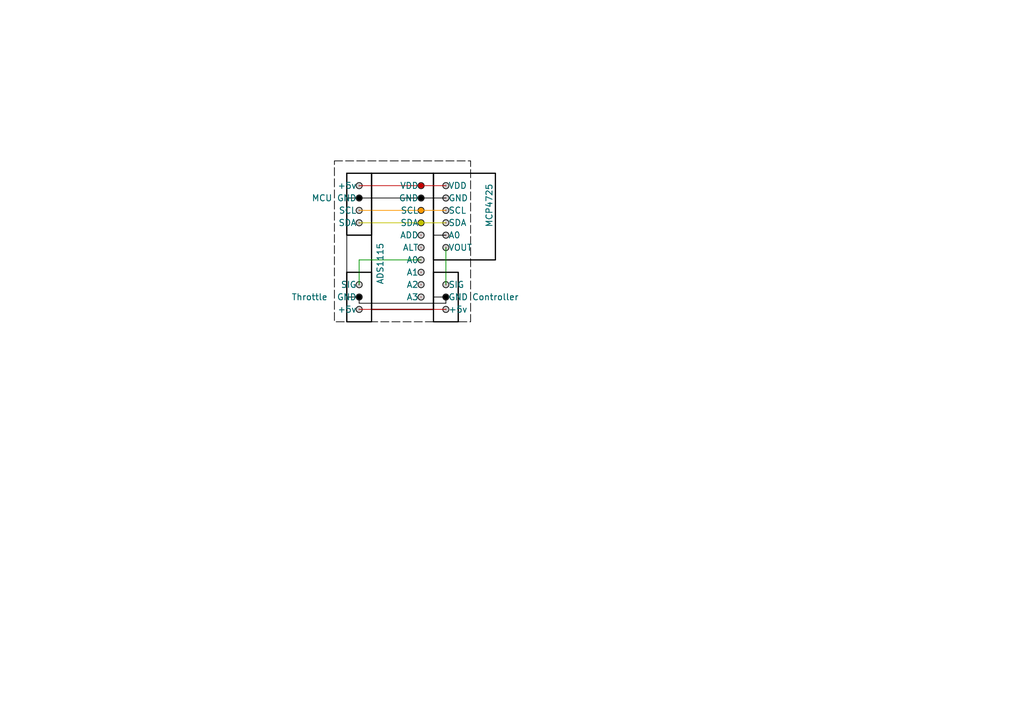
<source format=kicad_sch>
(kicad_sch (version 20231120) (generator "eeschema") (generator_version "8.0")
  (paper "A5")
  (title_block (title "throttle module"))
  (lib_symbols
    (symbol "MCP4725xxx-xCH_1" (pin_numbers hide)
      (property "Value" "ADS1115" (at -5.842 -5.842 90))
      (symbol "MCP4725xxx-xCH_1_0_1"
        (circle (center 2.54 -12.7) (radius 0.635) (stroke (width 0) (color 0 0 0 0.2)) (fill (type outline)))
        (circle (center 2.54 -10.16) (radius 0.635) (stroke (width 0) (color 0 0 0 0.2)) (fill (type outline)))
        (circle (center 2.54 -7.62) (radius 0.635) (stroke (width 0) (color 0 0 0 0.2)) (fill (type outline)))
        (circle (center 2.54 -5.08) (radius 0.635) (stroke (width 0) (color 0 0 0 0.2)) (fill (type outline)))
        (circle (center 2.54 -2.54) (radius 0.635) (stroke (width 0) (color 0 0 0 0.2)) (fill (type outline)))
        (circle (center 2.54 0) (radius 0.635) (stroke (width 0) (color 0 0 0 0.2)) (fill (type outline)))
        (circle (center 2.54 2.54) (radius 0.635) (stroke (width 0) (color 0 0 0 0.2)) (fill (type outline)))
        (circle (center 2.54 5.08) (radius 0.635) (stroke (width 0) (color 0 0 0 0.2)) (fill (type outline)))
        (circle (center 2.54 7.62) (radius 0.635) (stroke (width 0) (color 0 0 0 0.2)) (fill (type outline)))
        (circle (center 2.54 10.16) (radius 0.635) (stroke (width 0) (color 0 0 0 0.2)) (fill (type outline)))
      )
      (symbol "MCP4725xxx-xCH_1_1_1"
        (rectangle (start -7.62 12.7) (end 5.08 -15.24) (stroke (width 0.254) (color 0 0 0 0.2)))
        (pin input line (at 2.54 -5.08 180) (length 0) (name "A0") (number ""))
        (pin input line (at 2.54 -7.62 180) (length 0) (name "A1") (number ""))
        (pin input line (at 2.54 -10.16 180) (length 0) (name "A2") (number ""))
        (pin input line (at 2.54 -12.7 180) (length 0) (name "A3") (number ""))
        (pin input line (at 2.54 0 180) (length 0) (name "ADD") (number ""))
        (pin input line (at 2.54 -2.54 180) (length 0) (name "ALT") (number ""))
        (pin power_in line (at 2.54 7.62 180) (length 0) (name "GND") (number ""))
        (pin input line (at 2.54 5.08 180) (length 0) (name "SCL") (number ""))
        (pin bidirectional line (at 2.54 2.54 180) (length 0) (name "SDA") (number ""))
        (pin power_in line (at 2.54 10.16 180) (length 0) (name "VDD") (number ""))
      )
    )
    (symbol "MCP4725xxx-xCH_2" (pin_numbers hide)
      (property "Value" "MCP4725" (at 3.81 6.096 90))
      (symbol "MCP4725xxx-xCH_2_0_1"
        (circle (center -5.08 -2.54) (radius 0.635) (stroke (width 0) (color 0 0 0 0.2)) (fill (type outline)))
        (circle (center -5.08 0) (radius 0.635) (stroke (width 0) (color 0 0 0 0.2)) (fill (type outline)))
        (circle (center -5.08 2.54) (radius 0.635) (stroke (width 0) (color 0 0 0 0.2)) (fill (type outline)))
        (circle (center -5.08 5.08) (radius 0.635) (stroke (width 0) (color 0 0 0 0.2)) (fill (type outline)))
        (circle (center -5.08 7.62) (radius 0.635) (stroke (width 0) (color 0 0 0 0.2)) (fill (type outline)))
        (circle (center -5.08 10.16) (radius 0.635) (stroke (width 0) (color 0 0 0 0.2)) (fill (type outline)))
      )
      (symbol "MCP4725xxx-xCH_2_1_1"
        (rectangle (start -7.62 12.7) (end 5.08 -5.08) (stroke (width 0.254) (color 0 0 0 0.2)))
        (pin input line (at -5.08 0 0) (length 0) (name "A0") (number ""))
        (pin power_in line (at -5.08 7.62 0) (length 0) (name "GND") (number ""))
        (pin input line (at -5.08 5.08 0) (length 0) (name "SCL") (number ""))
        (pin bidirectional line (at -5.08 2.54 0) (length 0) (name "SDA") (number ""))
        (pin power_in line (at -5.08 10.16 0) (length 0) (name "VDD") (number ""))
        (pin output line (at -5.08 -2.54 0) (length 0) (name "VOUT") (number ""))
      )
    )
    (symbol "MCP4725xxx-xCH_3" (pin_numbers hide)
      (property "Value" "MCU" (at -7.62 7.62 0))
      (symbol "MCP4725xxx-xCH_3_0_1"
        (circle (center 0 2.54) (radius 0.635) (stroke (width 0) (color 0 0 0 0.2)) (fill (type outline)))
        (circle (center 0 5.08) (radius 0.635) (stroke (width 0) (color 0 0 0 0.2)) (fill (type outline)))
        (circle (center 0 7.62) (radius 0.635) (stroke (width 0) (color 0 0 0 0.2)) (fill (type outline)))
        (circle (center 0 10.16) (radius 0.635) (stroke (width 0) (color 0 0 0 0.2)) (fill (type outline)))
      )
      (symbol "MCP4725xxx-xCH_3_1_1"
        (rectangle (start -2.54 0) (end 2.54 12.7) (stroke (width 0.254) (color 0 0 0 0.2)))
        (pin power_in line (at 0 10.16 180) (length 0) (name "+5v") (number ""))
        (pin power_in line (at 0 7.62 180) (length 0) (name "GND") (number ""))
        (pin input line (at 0 5.08 180) (length 0) (name "SCL") (number ""))
        (pin bidirectional line (at 0 2.54 180) (length 0) (name "SDA") (number ""))
      )
    )
    (symbol "MCP4725xxx-xCH_4" (pin_numbers hide)
      (property "Value" "Controller" (at -10.16 5.08 0))
      (symbol "MCP4725xxx-xCH_4_0_1"
        (circle (center 0 2.54) (radius 0.635) (stroke (width 0) (color 0 0 0 0.2)) (fill (type outline)))
        (circle (center 0 5.08) (radius 0.635) (stroke (width 0) (color 0 0 0 0.2)) (fill (type outline)))
        (circle (center 0 7.62) (radius 0.635) (stroke (width 0) (color 0 0 0 0.2)) (fill (type outline)))
      )
      (symbol "MCP4725xxx-xCH_4_1_1"
        (rectangle (start -2.54 10.16) (end 2.54 0) (stroke (width 0.254) (color 0 0 0 0.2)))
        (pin power_in line (at 0 2.54 180) (length 0) (name "+5v") (number ""))
        (pin power_in line (at 0 5.08 180) (length 0) (name "GND") (number ""))
        (pin input line (at 0 7.62 180) (length 0) (name "SIG") (number ""))
      )
    )
    (symbol "MCP4725xxx-xCH_5" (pin_numbers hide)
      (property "Value" "Throttle" (at -10.16 5.08 0))
      (symbol "MCP4725xxx-xCH_5_0_1"
        (circle (center 0 2.54) (radius 0.635) (stroke (width 0) (color 0 0 0 0.2)) (fill (type outline)))
        (circle (center 0 5.08) (radius 0.635) (stroke (width 0) (color 0 0 0 0.2)) (fill (type outline)))
        (circle (center 0 7.62) (radius 0.635) (stroke (width 0) (color 0 0 0 0.2)) (fill (type outline)))
      )
      (symbol "MCP4725xxx-xCH_5_1_1"
        (rectangle (start -2.54 10.16) (end 2.54 0) (stroke (width 0.254) (color 0 0 0 0.2)))
        (pin power_in line (at 0 2.54 180) (length 0) (name "+5v") (number ""))
        (pin power_in line (at 0 5.08 180) (length 0) (name "GND") (number ""))
        (pin input line (at 0 7.62 180) (length 0) (name "SIG") (number ""))
      )
    )
  )
  (junction (at 86.36 45.72) (color 194 194 0 1))
  (junction (at 91.44 60.96) (color 0 0 0 1))
  (junction (at 86.36 38.1) (color 194 0 0 1))
  (junction (at 86.36 40.64) (color 0 0 0 1))
  (junction (at 86.36 43.18) (color 255 153 0 1))
  (junction (at 73.66 40.64) (color 0 0 0 1))
  (junction (at 73.66 60.96) (color 0 0 0 1))
  (wire (pts (xy 73.66 53.34) (xy 86.36 53.34)))
  (wire (pts (xy 86.36 38.1) (xy 91.44 38.1)) (stroke (width 0) (color 194 0 0 1)))
  (wire (pts (xy 86.36 45.72) (xy 91.44 45.72)) (stroke (width 0) (color 194 194 0 1)))
  (wire (pts (xy 73.66 45.72) (xy 86.36 45.72)) (stroke (width 0) (color 194 194 0 1)))
  (wire (pts (xy 73.66 62.23) (xy 91.44 62.23)) (stroke (width 0) (color 0 0 0 1)))
  (wire (pts (xy 91.44 62.23) (xy 91.44 60.96)) (stroke (width 0) (color 0 0 0 1)))
  (wire (pts (xy 73.66 63.5) (xy 91.44 63.5)) (stroke (width 0) (color 194 0 0 1)))
  (wire (pts (xy 73.66 60.96) (xy 73.66 62.23)) (stroke (width 0) (color 0 0 0 1)))
  (wire (pts (xy 73.66 38.1) (xy 86.36 38.1)) (stroke (width 0) (color 194 0 0 1)))
  (wire (pts (xy 88.9 60.96) (xy 88.9 48.26)) (stroke (width 0) (color 0 0 0 1)))
  (wire (pts (xy 91.44 50.8) (xy 91.44 58.42)))
  (wire (pts (xy 88.9 48.26) (xy 91.44 48.26)) (stroke (width 0) (color 0 0 0 1)))
  (wire (pts (xy 73.66 40.64) (xy 86.36 40.64)) (stroke (width 0) (color 0 0 0 1)))
  (wire (pts (xy 71.12 60.96) (xy 71.12 40.64)) (stroke (width 0) (color 0 0 0 1)))
  (wire (pts (xy 73.66 43.18) (xy 86.36 43.18)) (stroke (width 0) (color 255 153 0 1)))
  (wire (pts (xy 86.36 40.64) (xy 91.44 40.64)) (stroke (width 0) (color 0 0 0 1)))
  (wire (pts (xy 86.36 43.18) (xy 91.44 43.18)) (stroke (width 0) (color 255 153 0 1)))
  (wire (pts (xy 71.12 40.64) (xy 73.66 40.64)) (stroke (width 0) (color 0 0 0 1)))
  (wire (pts (xy 73.66 60.96) (xy 71.12 60.96)) (stroke (width 0) (color 0 0 0 1)))
  (wire (pts (xy 73.66 58.42) (xy 73.66 53.34)))
  (wire (pts (xy 91.44 60.96) (xy 88.9 60.96)) (stroke (width 0) (color 0 0 0 1)))
  (rectangle (start 68.58 33.02) (end 96.52 66.04) (stroke (width 0) (type dash) (color 0 0 0 0.2)))
  (rectangle (start 71.12 55.88) (end 76.2 66.04) (stroke (width 0) (color 0 0 0 0.2)))
  (rectangle (start 71.12 35.56) (end 76.2 48.26) (stroke (width 0) (color 0 0 0 0.2)))
  (rectangle (start 88.9 55.88) (end 93.98 66.04) (stroke (width 0) (color 0 0 0 0.2)))
  (symbol (lib_name "MCP4725xxx-xCH_3") (lib_id "Analog_DAC:MCP4725xxx-xCH") (at 73.66 48.26 0) (unit 1)
    (property "Reference" "U1" (effects (hide yes)))
    (property "Value" "MCU" (at 66.04 40.64 0))
  )
  (symbol (lib_name "MCP4725xxx-xCH_5") (lib_id "Analog_DAC:MCP4725xxx-xCH") (at 73.66 66.04 0) (unit 1)
    (property "Reference" "U3" (effects (hide yes)))
    (property "Value" "Throttle" (at 63.5 60.96 0))
  )
  (symbol (lib_name "MCP4725xxx-xCH_1") (lib_id "Analog_DAC:MCP4725xxx-xCH") (at 83.82 48.26 0) (unit 1)
    (property "Reference" "U2" (effects (hide yes)))
    (property "Value" "ADS1115" (at 77.978 54.102 90))
  )
  (symbol (lib_name "MCP4725xxx-xCH_4") (lib_id "Analog_DAC:MCP4725xxx-xCH") (at 91.44 66.04 0) (mirror y) (unit 1)
    (property "Reference" "U4" (effects (hide yes)))
    (property "Value" "Controller" (at 101.6 60.96 0))
  )
  (symbol (lib_name "MCP4725xxx-xCH_2") (lib_id "Analog_DAC:MCP4725xxx-xCH") (at 96.52 48.26 0) (unit 1)
    (property "Reference" "U?" (effects (hide yes)))
    (property "Value" "MCP4725" (at 100.33 42.164 90))
  )
)
</source>
